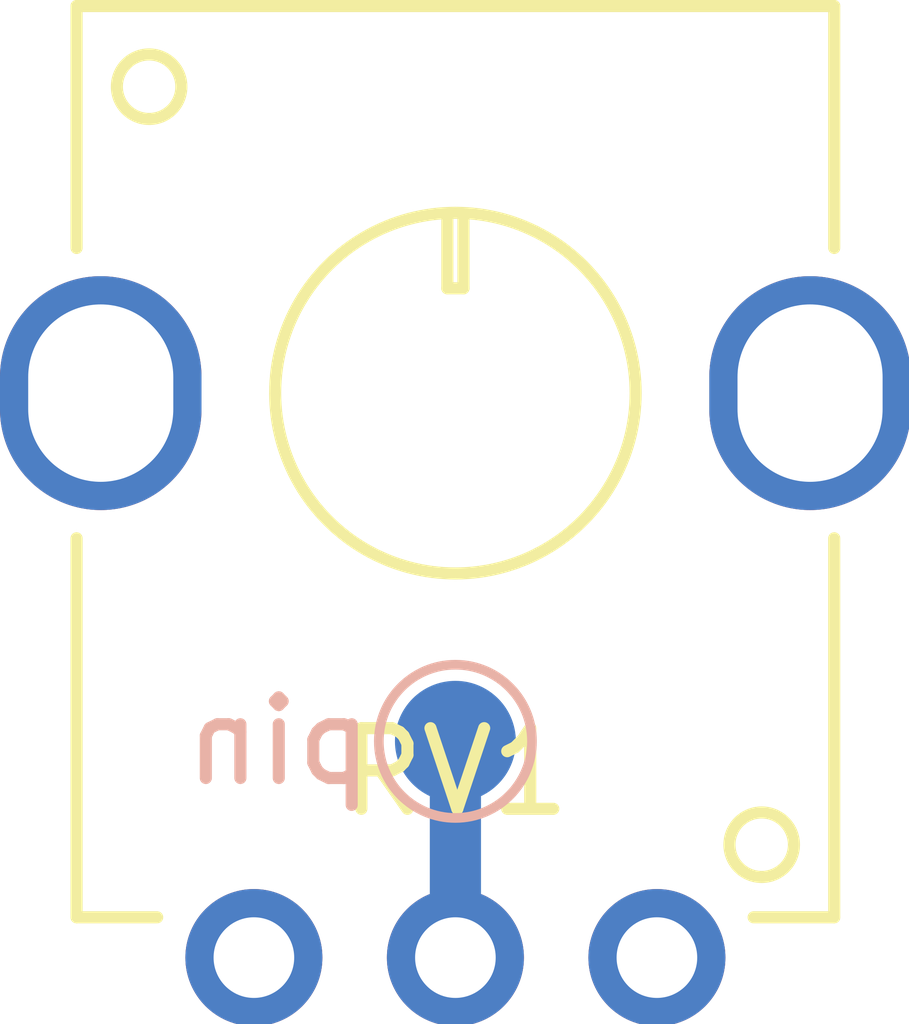
<source format=kicad_pcb>
(kicad_pcb (version 20171130) (host pcbnew "(5.1.9-0-10_14)")

  (general
    (thickness 1.6)
    (drawings 1)
    (tracks 1)
    (zones 0)
    (modules 2)
    (nets 4)
  )

  (page A4)
  (layers
    (0 F.Cu signal)
    (31 B.Cu signal)
    (32 B.Adhes user)
    (33 F.Adhes user)
    (34 B.Paste user)
    (35 F.Paste user)
    (36 B.SilkS user)
    (37 F.SilkS user)
    (38 B.Mask user)
    (39 F.Mask user)
    (40 Dwgs.User user)
    (41 Cmts.User user)
    (42 Eco1.User user)
    (43 Eco2.User user)
    (44 Edge.Cuts user)
    (45 Margin user)
    (46 B.CrtYd user hide)
    (47 F.CrtYd user hide)
    (48 B.Fab user hide)
    (49 F.Fab user hide)
  )

  (setup
    (last_trace_width 0.1524)
    (user_trace_width 0.1524)
    (user_trace_width 0.254)
    (user_trace_width 0.4064)
    (user_trace_width 0.635)
    (trace_clearance 0.1524)
    (zone_clearance 0.508)
    (zone_45_only no)
    (trace_min 0.1524)
    (via_size 0.6858)
    (via_drill 0.3048)
    (via_min_size 0.6858)
    (via_min_drill 0.3048)
    (uvia_size 0.3048)
    (uvia_drill 0.1524)
    (uvias_allowed no)
    (uvia_min_size 0.2)
    (uvia_min_drill 0.1)
    (edge_width 0.15)
    (segment_width 0.2)
    (pcb_text_width 0.3)
    (pcb_text_size 1.5 1.5)
    (mod_edge_width 0.15)
    (mod_text_size 1 1)
    (mod_text_width 0.15)
    (pad_size 1.7 1.7)
    (pad_drill 1)
    (pad_to_mask_clearance 0.2)
    (aux_axis_origin 0 0)
    (visible_elements FFFFFF7F)
    (pcbplotparams
      (layerselection 0x010fc_ffffffff)
      (usegerberextensions false)
      (usegerberattributes false)
      (usegerberadvancedattributes false)
      (creategerberjobfile false)
      (excludeedgelayer true)
      (linewidth 0.100000)
      (plotframeref false)
      (viasonmask false)
      (mode 1)
      (useauxorigin false)
      (hpglpennumber 1)
      (hpglpenspeed 20)
      (hpglpendiameter 15.000000)
      (psnegative false)
      (psa4output false)
      (plotreference true)
      (plotvalue true)
      (plotinvisibletext false)
      (padsonsilk false)
      (subtractmaskfromsilk false)
      (outputformat 1)
      (mirror false)
      (drillshape 1)
      (scaleselection 1)
      (outputdirectory ""))
  )

  (net 0 "")
  (net 1 +3V3)
  (net 2 GND)
  (net 3 Pin0)

  (net_class Default "This is the default net class."
    (clearance 0.1524)
    (trace_width 0.1524)
    (via_dia 0.6858)
    (via_drill 0.3048)
    (uvia_dia 0.3048)
    (uvia_drill 0.1524)
    (diff_pair_width 0.1524)
    (diff_pair_gap 0.1524)
    (add_net +3V3)
    (add_net GND)
    (add_net Pin0)
  )

  (module Potentiometer_Thonk:SongHueiTallTrim9 locked (layer F.Cu) (tedit 60CF9AEC) (tstamp 6089D55B)
    (at 0 0)
    (path /5FCAE65B)
    (fp_text reference RV1 (at 0 4.7) (layer F.SilkS)
      (effects (font (size 1 1) (thickness 0.15)))
    )
    (fp_text value 100k (at 0 10.1) (layer F.Fab)
      (effects (font (size 1 1) (thickness 0.15)))
    )
    (fp_line (start -0.1 -2.2) (end -0.1 -1.3) (layer F.SilkS) (width 0.15))
    (fp_line (start -0.1 -1.3) (end 0.1 -1.3) (layer F.SilkS) (width 0.15))
    (fp_line (start 0.1 -1.3) (end 0.1 -2.2) (layer F.SilkS) (width 0.15))
    (fp_circle (center 0 0) (end 2.2 0.4) (layer F.SilkS) (width 0.15))
    (fp_circle (center 3.8 5.6) (end 4.2 5.6) (layer F.SilkS) (width 0.15))
    (fp_circle (center -3.8 -3.8) (end -4.2 -3.8) (layer F.SilkS) (width 0.15))
    (fp_line (start 3.7 6.5) (end 4.7 6.5) (layer F.SilkS) (width 0.15))
    (fp_line (start 4.7 1.8) (end 4.7 6.5) (layer F.SilkS) (width 0.15))
    (fp_line (start -4.7 1.8) (end -4.7 6.5) (layer F.SilkS) (width 0.15))
    (fp_line (start -4.7 6.5) (end -3.7 6.5) (layer F.SilkS) (width 0.15))
    (fp_line (start -4.7 -4.8) (end -4.7 -1.8) (layer F.SilkS) (width 0.15))
    (fp_line (start 4.7 -4.8) (end 4.7 -1.8) (layer F.SilkS) (width 0.15))
    (fp_line (start -4.7 -4.8) (end 4.7 -4.8) (layer F.SilkS) (width 0.15))
    (pad "" thru_hole oval (at 4.4 0) (size 2.5 2.9) (drill oval 1.8 2.2) (layers *.Cu *.Mask))
    (pad 3 thru_hole oval (at 2.5 7) (size 1.7 1.7) (drill 1) (layers *.Cu *.Mask)
      (net 1 +3V3))
    (pad 2 thru_hole oval (at 0 7) (size 1.7 1.7) (drill 1) (layers *.Cu *.Mask)
      (net 3 Pin0))
    (pad 1 thru_hole oval (at -2.5 7) (size 1.7 1.7) (drill 1) (layers *.Cu *.Mask)
      (net 2 GND))
    (pad "" thru_hole oval (at -4.4 0) (size 2.5 2.9) (drill oval 1.8 2.2) (layers *.Cu *.Mask))
  )

  (module TestPoint:TestPoint_Pad_D1.5mm (layer B.Cu) (tedit 5A0F774F) (tstamp 60B93E24)
    (at 0 4.318)
    (descr "SMD pad as test Point, diameter 1.5mm")
    (tags "test point SMD pad")
    (path /60B967CE)
    (attr virtual)
    (fp_text reference TP1 (at 0 1.648) (layer B.SilkS) hide
      (effects (font (size 1 1) (thickness 0.15)) (justify mirror))
    )
    (fp_text value TestPoint (at 0 -1.75) (layer B.Fab)
      (effects (font (size 1 1) (thickness 0.15)) (justify mirror))
    )
    (fp_circle (center 0 0) (end 1.25 0) (layer B.CrtYd) (width 0.05))
    (fp_circle (center 0 0) (end 0 -0.95) (layer B.SilkS) (width 0.12))
    (fp_text user %R (at 0 1.65) (layer B.Fab)
      (effects (font (size 1 1) (thickness 0.15)) (justify mirror))
    )
    (pad 1 smd circle (at 0 0) (size 1.5 1.5) (layers B.Cu B.Mask)
      (net 3 Pin0))
  )

  (gr_text pin (at -0.95 4.318) (layer B.SilkS) (tstamp 6089D5BA)
    (effects (font (size 1 1) (thickness 0.15)) (justify left mirror))
  )

  (segment (start 0 7) (end 0 4.318) (width 0.635) (layer B.Cu) (net 3))

)

</source>
